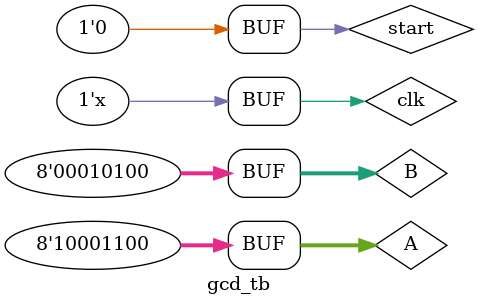
<source format=v>
/**************************************************************************************
 * 
 * Name: Omar Mahmoud Mohamed Khalil Elsherif
 *
 * assignment: greatest common divisor
 *
************************************************************************************** 
*/
`timescale 10ps/10ps

module gcd_top(
	input clk,
	input start,
	input [7:0] A,B,
	output [7:0] resultt
);

wire done_flag;
wire A_great_B;
wire [7:0] Res ;
assign resultt=Res;

gcd_controller gcd_cnt(
	.clk(clk),
	.start(start),
	.done_flag(done_flag),
	.A_greater_B_flag(A_great_B) 
	);

gcd_datapath gcd_dp(
	.clk(clk),
	.start(start),
	.A_in(A),
	.B_in(B),
	.res(Res),
	.done_flag(done_flag),
	.A_greater_B(A_great_B) 
	);




endmodule


module gcd_tb();

reg start;
reg clk=0;
reg [7:0] A, B;
wire [7:0] Result;


always #(5) clk=~clk;

gcd_top gcd_tp(
	.clk(clk),
	.start(start),
	.A(A),
	.B(B),
	.resultt(Result)
);


initial begin

start = 0;
A= 8'd5;     // gcd(5,20) = 5
B= 8'd20;
#20;

A= 8'd30;    // gcd(30,7) = 1
B= 8'd7;
#20;

A= 8'd140;    // gcd(140,20) = 20
B= 8'd20;
#20;


end


endmodule

</source>
